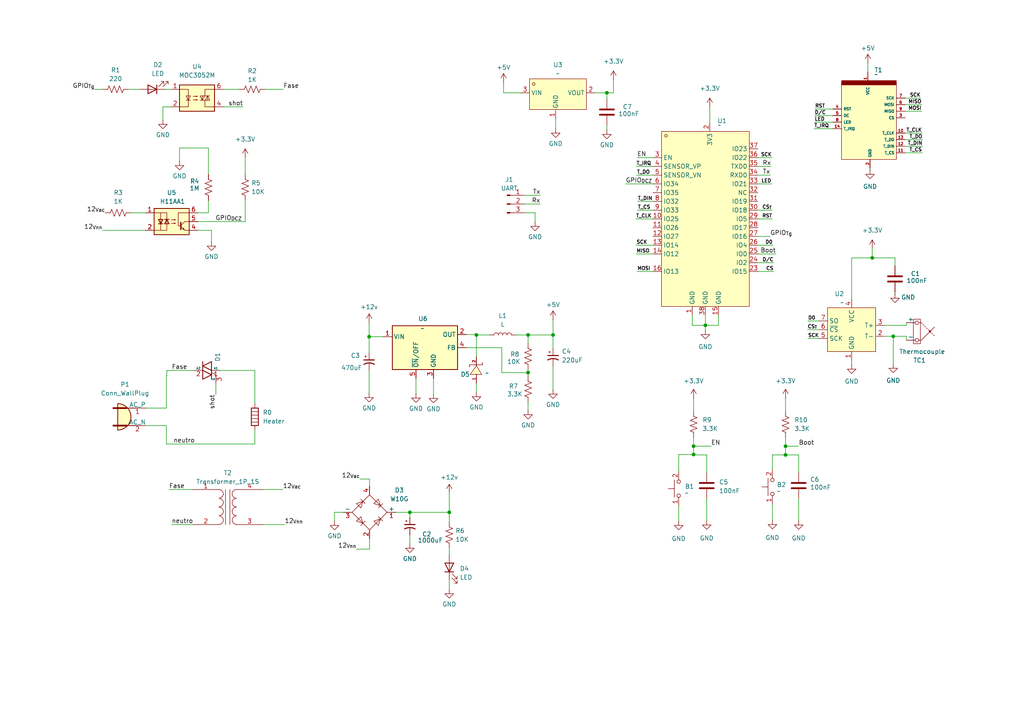
<source format=kicad_sch>
(kicad_sch (version 20231120) (generator "eeschema") (generator_version "8.0")
  (paper "A4")
  (title_block (title "Solder Oven") (date "2024-08-25") (rev "Juan David Barrero"))
  (lib_symbols
    (symbol "Connector:Conn_01x03_Pin" (pin_names (offset 1.016) hide)
      (property "Reference" "J" (at 0 5.08 0))
      (property "Value" "Conn_01x03_Pin" (at 0 -5.08 0))
      (symbol "Conn_01x03_Pin_1_1"
        (pin passive line (at 5.08 2.54 180) (length 3.81) (name "Pin_1") (number "1"))
        (pin passive line (at 5.08 0 180) (length 3.81) (name "Pin_2") (number "2"))
        (pin passive line (at 5.08 -2.54 180) (length 3.81) (name "Pin_3") (number "3"))
      )
    )
    (symbol "Connector:Conn_WallPlug" (pin_names (offset 0))
      (property "Reference" "P" (at -1.27 4.445 0))
      (property "Value" "Conn_WallPlug" (at -5.715 0 90))
      (symbol "Conn_WallPlug_1_1"
        (pin power_out line (at 5.08 2.54 180) (length 5.08) (name "AC_P") (number "1"))
        (pin power_out line (at 5.08 -2.54 180) (length 5.08) (name "AC_N") (number "2"))
      )
    )
    (symbol "Device:C" (pin_numbers hide) (pin_names (offset 0.254))
      (property "Reference" "C" (at 0.635 2.54 0))
      (property "Value" "C" (at 0.635 -2.54 0))
      (symbol "C_1_1"
        (pin passive line (at 0 3.81 270) (length 2.794) (name "~") (number "1"))
        (pin passive line (at 0 -3.81 90) (length 2.794) (name "~") (number "2"))
      )
    )
    (symbol "Device:C_Polarized_Small_US" (pin_numbers hide) (pin_names (offset 0.254) hide)
      (property "Reference" "C" (at 0.254 1.778 0))
      (property "Value" "C_Polarized_Small_US" (at 0.254 -2.032 0))
      (symbol "C_Polarized_Small_US_1_1"
        (pin passive line (at 0 2.54 270) (length 2.032) (name "~") (number "1"))
        (pin passive line (at 0 -2.54 90) (length 2.032) (name "~") (number "2"))
      )
    )
    (symbol "Device:Heater" (pin_numbers hide) (pin_names (offset 0))
      (property "Reference" "R" (at 2.032 0 90))
      (property "Value" "Heater" (at -2.032 0 90))
      (symbol "Heater_1_1"
        (pin passive line (at 0 3.81 270) (length 1.27) (name "~") (number "1"))
        (pin passive line (at 0 -3.81 90) (length 1.27) (name "~") (number "2"))
      )
    )
    (symbol "Device:L" (pin_numbers hide) (pin_names (offset 1.016) hide)
      (property "Reference" "L" (at -1.27 0 90))
      (property "Value" "L" (at 1.905 0 90))
      (symbol "L_1_1"
        (pin passive line (at 0 3.81 270) (length 1.27) (name "1") (number "1"))
        (pin passive line (at 0 -3.81 90) (length 1.27) (name "2") (number "2"))
      )
    )
    (symbol "Device:LED" (pin_numbers hide) (pin_names (offset 1.016) hide)
      (property "Reference" "D" (at 0 2.54 0))
      (property "Value" "LED" (at 0 -2.54 0))
      (symbol "LED_1_1"
        (pin passive line (at -3.81 0 0) (length 2.54) (name "K") (number "1"))
        (pin passive line (at 3.81 0 180) (length 2.54) (name "A") (number "2"))
      )
    )
    (symbol "Device:R_US" (pin_numbers hide) (pin_names (offset 0))
      (property "Reference" "R" (at 2.54 0 90))
      (property "Value" "R_US" (at -2.54 0 90))
      (symbol "R_US_1_1"
        (pin passive line (at 0 3.81 270) (length 1.27) (name "~") (number "1"))
        (pin passive line (at 0 -3.81 90) (length 1.27) (name "~") (number "2"))
      )
    )
    (symbol "Device:Thermocouple_Block" (pin_numbers hide) (pin_names (offset 0))
      (property "Reference" "TC" (at -3.048 3.81 0))
      (property "Value" "Thermocouple_Block" (at -5.08 -4.064 0))
      (symbol "Thermocouple_Block_1_1"
        (pin passive line (at 5.08 2.54 180) (length 2.54) (name "+") (number "1"))
        (pin passive line (at 5.08 -2.54 180) (length 2.54) (name "-") (number "2"))
      )
    )
    (symbol "Device:Transformer_1P_1S" (pin_names (offset 1.016) hide)
      (property "Reference" "T" (at 0 6.35 0))
      (property "Value" "Transformer_1P_1S" (at 0 -7.62 0))
      (symbol "Transformer_1P_1S_1_1"
        (pin passive line (at -10.16 5.08 0) (length 7.62) (name "AA") (number "1"))
        (pin passive line (at -10.16 -5.08 0) (length 7.62) (name "AB") (number "2"))
        (pin passive line (at 10.16 -5.08 180) (length 7.62) (name "SA") (number "3"))
        (pin passive line (at 10.16 5.08 180) (length 7.62) (name "SB") (number "4"))
      )
    )
    (symbol "Diode_Bridge:W10G" (pin_names (offset 0))
      (property "Reference" "D" (at 2.54 6.985 0))
      (property "Value" "W10G" (at 2.54 5.08 0))
      (symbol "W10G_1_1"
        (pin passive line (at 7.62 0 180) (length 2.54) (name "+") (number "1"))
        (pin passive line (at 0 -7.62 90) (length 2.54) (name "~") (number "2"))
        (pin passive line (at -7.62 0 0) (length 2.54) (name "-") (number "3"))
        (pin passive line (at 0 7.62 270) (length 2.54) (name "~") (number "4"))
      )
    )
    (symbol "Isolator:H11AA1"
      (property "Reference" "U" (at -5.334 4.953 0))
      (property "Value" "H11AA1" (at 0.635 4.953 0))
      (symbol "H11AA1_1_1"
        (pin passive line (at -7.62 2.54 0) (length 2.54) (name "~") (number "1"))
        (pin passive line (at -7.62 -2.54 0) (length 2.54) (name "~") (number "2"))
        (pin no_connect line (at -5.08 0 0) (length 2.54) hide (name "NC") (number "3"))
        (pin passive line (at 7.62 -2.54 180) (length 2.54) (name "~") (number "4"))
        (pin passive line (at 7.62 0 180) (length 2.54) (name "~") (number "5"))
        (pin passive line (at 7.62 2.54 180) (length 2.54) (name "~") (number "6"))
      )
    )
    (symbol "JuanDavid_Library:AMS1117-3.3"
      (property "Reference" "U" (at 0 10.414 0))
      (symbol "AMS1117-3.3_0_1"
        (pin unspecified line (at 0 -6.35 90) (length 2.54) (name "GND") (number "1"))
        (pin unspecified line (at 11.43 1.27 180) (length 2.54) (name "VOUT") (number "2"))
        (pin unspecified line (at -10.16 1.27 0) (length 2.54) (name "VIN") (number "3"))
      )
      (symbol "AMS1117-3.3_1_1"
        (pin unspecified line (at 11.43 1.27 180) (length 2.54) hide (name "VOUT") (number "4"))
      )
    )
    (symbol "JuanDavid_Library:ESP32-WROOM-32E-N8"
      (property "Reference" "U" (at -6.35 41.91 0))
      (symbol "ESP32-WROOM-32E-N8_0_1"
        (pin unspecified line (at -5.08 -13.97 90) (length 2.54) (name "GND") (number "1"))
        (pin unspecified line (at -16.51 13.97 0) (length 2.54) (name "IO25") (number "10"))
        (pin unspecified line (at -16.51 11.43 0) (length 2.54) (name "IO26") (number "11"))
        (pin unspecified line (at -16.51 8.89 0) (length 2.54) (name "IO27") (number "12"))
        (pin unspecified line (at -16.51 6.35 0) (length 2.54) (name "IO14") (number "13"))
        (pin unspecified line (at -16.51 3.81 0) (length 2.54) (name "IO12") (number "14"))
        (pin unspecified line (at 2.54 -13.97 90) (length 2.54) (name "GND") (number "15"))
        (pin unspecified line (at -16.51 -1.27 0) (length 2.54) (name "IO13") (number "16"))
        (pin unspecified line (at 0 41.91 270) (length 2.54) (name "3V3") (number "2"))
        (pin unspecified line (at 13.97 -1.27 180) (length 2.54) (name "IO15") (number "23"))
        (pin unspecified line (at 13.97 1.27 180) (length 2.54) (name "IO2") (number "24"))
        (pin unspecified line (at 13.97 3.81 180) (length 2.54) (name "IO0") (number "25"))
        (pin unspecified line (at 13.97 6.35 180) (length 2.54) (name "IO4") (number "26"))
        (pin unspecified line (at 13.97 8.89 180) (length 2.54) (name "IO16") (number "27"))
        (pin unspecified line (at 13.97 11.43 180) (length 2.54) (name "IO17") (number "28"))
        (pin unspecified line (at 13.97 13.97 180) (length 2.54) (name "IO5") (number "29"))
        (pin unspecified line (at -16.51 31.75 0) (length 2.54) (name "EN") (number "3"))
        (pin unspecified line (at 13.97 16.51 180) (length 2.54) (name "IO18") (number "30"))
        (pin unspecified line (at 13.97 19.05 180) (length 2.54) (name "IO19") (number "31"))
        (pin unspecified line (at 13.97 21.59 180) (length 2.54) (name "NC") (number "32"))
        (pin unspecified line (at 13.97 24.13 180) (length 2.54) (name "IO21") (number "33"))
        (pin unspecified line (at 13.97 26.67 180) (length 2.54) (name "RXD0") (number "34"))
        (pin unspecified line (at 13.97 29.21 180) (length 2.54) (name "TXD0") (number "35"))
        (pin unspecified line (at 13.97 31.75 180) (length 2.54) (name "IO22") (number "36"))
        (pin unspecified line (at 13.97 34.29 180) (length 2.54) (name "IO23") (number "37"))
        (pin unspecified line (at -1.27 -13.97 90) (length 2.54) (name "GND") (number "38"))
        (pin unspecified line (at -16.51 29.21 0) (length 2.54) (name "SENSOR_VP") (number "4"))
        (pin unspecified line (at -16.51 26.67 0) (length 2.54) (name "SENSOR_VN") (number "5"))
        (pin unspecified line (at -16.51 24.13 0) (length 2.54) (name "IO34") (number "6"))
        (pin unspecified line (at -16.51 21.59 0) (length 2.54) (name "IO35") (number "7"))
        (pin unspecified line (at -16.51 19.05 0) (length 2.54) (name "IO32") (number "8"))
        (pin unspecified line (at -16.51 16.51 0) (length 2.54) (name "IO33") (number "9"))
      )
      (symbol "ESP32-WROOM-32E-N8_1_1"
        (pin no_connect line (at -16.51 -3.81 0) (length 2.54) hide (name "NC") (number "17"))
        (pin no_connect line (at -16.51 -6.35 0) (length 2.54) hide (name "NC") (number "18"))
        (pin no_connect line (at -16.51 -8.89 0) (length 2.54) hide (name "NC") (number "19"))
        (pin no_connect line (at 13.97 -8.89 180) (length 2.54) hide (name "NC") (number "20"))
        (pin no_connect line (at 13.97 -6.35 180) (length 2.54) hide (name "NC") (number "21"))
        (pin no_connect line (at 13.97 -3.81 180) (length 2.54) hide (name "NC") (number "22"))
        (pin unspecified line (at -5.08 -13.97 90) (length 2.54) hide (name "GND") (number "39"))
      )
    )
    (symbol "JuanDavid_Library:LM2596-adj"
      (property "Reference" "U" (at 1.27 9.525 0))
      (symbol "LM2596-adj_1_1"
        (pin power_in line (at -11.43 3.175 0) (length 2.54) (name "VIN") (number "1"))
        (pin output line (at 12.7 3.81 180) (length 2.54) (name "OUT") (number "2"))
        (pin power_in line (at 3.175 -8.89 90) (length 2.54) (name "GND") (number "3"))
        (pin input line (at 12.7 0 180) (length 2.54) (name "FB") (number "4"))
        (pin input line (at -1.905 -8.89 90) (length 2.54) (name "~{ON}/OFF") (number "5"))
      )
    )
    (symbol "JuanDavid_Library:MAX6675"
      (property "Reference" "U" (at -6.35 7.62 0))
      (symbol "MAX6675_1_1"
        (pin unspecified line (at -0.635 -8.89 90) (length 2.54) (name "GND") (number "1"))
        (pin unspecified line (at -10.16 -1.905 0) (length 2.54) (name "T-") (number "2"))
        (pin unspecified line (at -10.16 1.27 0) (length 2.54) (name "T+") (number "3"))
        (pin unspecified line (at -0.635 8.89 270) (length 2.54) (name "VCC") (number "4"))
        (pin unspecified line (at 8.89 -2.54 180) (length 2.54) (name "SCK") (number "5"))
        (pin unspecified line (at 8.89 0 180) (length 2.54) (name "~{CS}") (number "6"))
        (pin unspecified line (at 8.89 2.54 180) (length 2.54) (name "SO") (number "7"))
        (pin no_connect line (at -3.81 -7.62 90) (length 1.27) hide (name "N.C.") (number "8"))
      )
    )
    (symbol "JuanDavid_Library:SS54"
      (property "Reference" "D" (at 0 2.54 0))
      (symbol "SS54_1_1"
        (pin input line (at 3.81 0 180) (length 2.54) (name "") (number "1"))
        (pin output line (at -3.81 0 0) (length 2.54) (name "") (number "2"))
      )
    )
    (symbol "JuanDavid_Library:SlimButton"
      (property "Reference" "B" (at 0 5.08 0))
      (symbol "SlimButton_1_1"
        (pin passive line (at -5.08 0 0) (length 2.54) (name "") (number "1"))
        (pin passive line (at 5.08 0 180) (length 2.54) (name "") (number "2"))
      )
    )
    (symbol "JuanDavid_Library:TFT_Screen"
      (property "Reference" "T" (at -5.08 14.605 0))
      (symbol "TFT_Screen_1_1"
        (pin power_in line (at 0 15.24 270) (length 3.81) (name "VCC") (number "1"))
        (pin bidirectional line (at 10.795 -2.54 180) (length 2.54) (name "T_CLK") (number "10"))
        (pin bidirectional line (at 10.795 -8.255 180) (length 2.54) (name "T_CS") (number "11"))
        (pin bidirectional line (at 10.795 -6.35 180) (length 2.54) (name "T_DIN") (number "12"))
        (pin bidirectional line (at 10.795 -4.445 180) (length 2.54) (name "T_DO") (number "13"))
        (pin bidirectional line (at -10.16 -1.27 0) (length 2.54) (name "T_IRQ") (number "14"))
        (pin bidirectional line (at 0.635 -12.7 90) (length 2.54) (name "GND") (number "2"))
        (pin bidirectional line (at 10.795 1.905 180) (length 2.54) (name "CS") (number "3"))
        (pin bidirectional line (at -10.16 4.445 0) (length 2.54) (name "RST") (number "4"))
        (pin bidirectional line (at -10.16 2.54 0) (length 2.54) (name "DC") (number "5"))
        (pin bidirectional line (at 10.795 5.715 180) (length 2.54) (name "MOSI") (number "6"))
        (pin bidirectional line (at 10.795 7.62 180) (length 2.54) (name "SCK") (number "7"))
        (pin power_in line (at -10.16 0.635 0) (length 2.54) (name "LED") (number "8"))
        (pin bidirectional line (at 10.795 3.81 180) (length 2.54) (name "MISO") (number "9"))
      )
    )
    (symbol "Relay_SolidState:MOC3052M"
      (property "Reference" "U" (at -5.334 4.826 0))
      (property "Value" "MOC3052M" (at 0 5.08 0))
      (symbol "MOC3052M_1_1"
        (pin passive line (at -7.62 2.54 0) (length 2.54) (name "~") (number "1"))
        (pin passive line (at -7.62 -2.54 0) (length 2.54) (name "~") (number "2"))
        (pin no_connect line (at -5.08 0 0) (length 2.54) hide (name "NC") (number "3"))
        (pin passive line (at 7.62 -2.54 180) (length 2.54) (name "~") (number "4"))
        (pin no_connect line (at 5.08 0 180) (length 2.54) hide (name "NC") (number "5"))
        (pin passive line (at 7.62 2.54 180) (length 2.54) (name "~") (number "6"))
      )
    )
    (symbol "Triac_Thyristor:Generic_Triac_A1A2G" (pin_names (offset 0))
      (property "Reference" "D" (at 3.175 0.635 0))
      (property "Value" "Generic_Triac_A1A2G" (at 3.175 -1.27 0))
      (symbol "Generic_Triac_A1A2G_1_1"
        (pin passive line (at 0 -3.81 90) (length 2.54) (name "A1") (number "1"))
        (pin passive line (at 0 3.81 270) (length 2.54) (name "A2") (number "2"))
        (pin input line (at -3.81 -2.54 0) (length 2.54) (name "G") (number "3"))
      )
    )
    (symbol "power:+12C" (power) (pin_numbers hide) (pin_names (offset 0) hide)
      (property "Value" "+12C" (at 0 3.556 0))
      (symbol "+12C_1_1"
        (pin power_in line (at 0 0 90) (length 0) (name "~") (number "1"))
      )
    )
    (symbol "power:+5V" (power) (pin_numbers hide) (pin_names (offset 0) hide)
      (property "Value" "+5V" (at 0 3.556 0))
      (symbol "+5V_1_1"
        (pin power_in line (at 0 0 90) (length 0) (name "~") (number "1"))
      )
    )
    (symbol "power:GND" (power) (pin_numbers hide) (pin_names (offset 0) hide)
      (property "Value" "GND" (at 0 -3.81 0))
      (symbol "GND_1_1"
        (pin power_in line (at 0 0 270) (length 0) (name "~") (number "1"))
      )
    )
  )
  (junction (at 130.302 148.59))
  (junction (at 138.176 97.155))
  (junction (at 227.838 131.953))
  (junction (at 153.162 97.155))
  (junction (at 118.872 148.59))
  (junction (at 204.597 94.361))
  (junction (at 201.168 129.413))
  (junction (at 176.022 26.924))
  (junction (at 259.08 97.536))
  (junction (at 160.401 97.155))
  (junction (at 252.984 74.803))
  (junction (at 153.162 108.077))
  (junction (at 201.168 131.826))
  (junction (at 227.838 129.413))
  (junction (at 107.061 97.663))
  (wire (pts (xy 38.1 61.722) (xy 42.164 61.722)))
  (wire (pts (xy 184.658 50.8) (xy 189.357 50.8)))
  (wire (pts (xy 172.593 26.924) (xy 176.022 26.924)))
  (wire (pts (xy 184.531 71.12) (xy 189.357 71.12)))
  (wire (pts (xy 262.89 98.679) (xy 262.89 97.536)))
  (wire (pts (xy 204.597 91.44) (xy 204.597 94.361)))
  (wire (pts (xy 256.54 97.536) (xy 259.08 97.536)))
  (wire (pts (xy 236.093 37.338) (xy 241.554 37.338)))
  (wire (pts (xy 224.409 78.74) (xy 219.837 78.74)))
  (wire (pts (xy 153.162 108.077) (xy 153.162 109.093)))
  (wire (pts (xy 236.22 33.528) (xy 241.554 33.528)))
  (wire (pts (xy 130.302 159.004) (xy 130.302 160.782)))
  (wire (pts (xy 223.901 60.96) (xy 219.837 60.96)))
  (wire (pts (xy 223.901 45.72) (xy 219.837 45.72)))
  (wire (pts (xy 107.061 97.663) (xy 107.061 102.362)))
  (wire (pts (xy 48.387 107.442) (xy 48.387 108.966)))
  (wire (pts (xy 205.867 30.988) (xy 205.867 35.56)))
  (wire (pts (xy 201.168 129.413) (xy 206.248 129.413)))
  (wire (pts (xy 52.07 42.926) (xy 52.07 46.736)))
  (wire (pts (xy 118.872 148.59) (xy 118.872 150.114)))
  (wire (pts (xy 99.568 148.59) (xy 97.028 148.59)))
  (wire (pts (xy 184.785 45.72) (xy 189.357 45.72)))
  (wire (pts (xy 219.837 63.5) (xy 224.028 63.5)))
  (wire (pts (xy 27.432 25.908) (xy 29.718 25.908)))
  (wire (pts (xy 60.452 42.926) (xy 52.07 42.926)))
  (wire (pts (xy 234.315 93.091) (xy 237.49 93.091)))
  (wire (pts (xy 177.927 23.114) (xy 177.927 26.924)))
  (wire (pts (xy 208.407 91.44) (xy 208.407 94.361)))
  (wire (pts (xy 82.55 152.146) (xy 76.2 152.146)))
  (wire (pts (xy 251.714 18.288) (xy 251.714 20.828)))
  (wire (pts (xy 160.401 97.155) (xy 160.401 101.092)))
  (wire (pts (xy 155.194 61.722) (xy 155.194 64.389)))
  (wire (pts (xy 236.347 31.623) (xy 241.554 31.623)))
  (wire (pts (xy 184.785 78.74) (xy 189.357 78.74)))
  (wire (pts (xy 267.462 38.608) (xy 262.509 38.608)))
  (wire (pts (xy 149.606 97.155) (xy 153.162 97.155)))
  (wire (pts (xy 267.462 44.323) (xy 262.509 44.323)))
  (wire (pts (xy 49.022 141.986) (xy 55.88 141.986)))
  (wire (pts (xy 29.718 66.802) (xy 42.164 66.802)))
  (wire (pts (xy 267.335 32.258) (xy 262.509 32.258)))
  (wire (pts (xy 76.962 25.908) (xy 82.169 25.908)))
  (wire (pts (xy 130.302 151.384) (xy 130.302 148.59)))
  (wire (pts (xy 200.787 91.44) (xy 200.787 94.361)))
  (wire (pts (xy 57.404 66.802) (xy 61.341 66.802)))
  (wire (pts (xy 223.393 50.8) (xy 219.837 50.8)))
  (wire (pts (xy 57.404 61.722) (xy 60.452 61.722)))
  (wire (pts (xy 231.648 131.953) (xy 227.838 131.953)))
  (wire (pts (xy 259.08 97.536) (xy 259.08 105.537)))
  (wire (pts (xy 61.341 66.802) (xy 61.341 70.104)))
  (wire (pts (xy 247.015 86.741) (xy 247.015 74.803)))
  (wire (pts (xy 37.338 25.908) (xy 40.386 25.908)))
  (wire (pts (xy 49.784 152.146) (xy 55.88 152.146)))
  (wire (pts (xy 231.648 137.033) (xy 231.648 131.953)))
  (wire (pts (xy 223.774 53.34) (xy 219.837 53.34)))
  (wire (pts (xy 201.168 115.443) (xy 201.168 119.253)))
  (wire (pts (xy 71.12 58.166) (xy 71.12 64.262)))
  (wire (pts (xy 146.05 23.876) (xy 146.05 26.924)))
  (wire (pts (xy 227.838 129.413) (xy 227.838 131.953)))
  (wire (pts (xy 48.387 108.966) (xy 48.26 108.966)))
  (wire (pts (xy 224.155 71.12) (xy 219.837 71.12)))
  (wire (pts (xy 120.65 109.728) (xy 120.65 114.173)))
  (wire (pts (xy 153.162 97.155) (xy 153.162 99.568)))
  (wire (pts (xy 107.061 107.442) (xy 107.061 114.046)))
  (wire (pts (xy 252.984 72.136) (xy 252.984 74.803)))
  (wire (pts (xy 130.302 168.402) (xy 130.302 170.942)))
  (wire (pts (xy 231.648 144.653) (xy 231.648 151.003)))
  (wire (pts (xy 130.302 143.002) (xy 130.302 148.59)))
  (wire (pts (xy 160.401 92.71) (xy 160.401 97.155)))
  (wire (pts (xy 114.808 148.59) (xy 118.872 148.59)))
  (wire (pts (xy 181.483 53.34) (xy 189.357 53.34)))
  (wire (pts (xy 201.168 131.826) (xy 201.168 131.953)))
  (wire (pts (xy 252.984 74.803) (xy 259.588 74.803)))
  (wire (pts (xy 204.597 94.361) (xy 204.597 95.758)))
  (wire (pts (xy 262.509 40.513) (xy 267.589 40.513)))
  (wire (pts (xy 151.003 26.924) (xy 146.05 26.924)))
  (wire (pts (xy 196.85 131.826) (xy 201.168 131.826)))
  (wire (pts (xy 56.261 107.442) (xy 48.387 107.442)))
  (wire (pts (xy 153.162 107.188) (xy 153.162 108.077)))
  (wire (pts (xy 224.028 146.304) (xy 224.028 150.876)))
  (wire (pts (xy 176.022 26.924) (xy 177.927 26.924)))
  (wire (pts (xy 223.647 48.26) (xy 219.837 48.26)))
  (wire (pts (xy 176.022 36.322) (xy 176.022 37.719)))
  (wire (pts (xy 224.028 136.144) (xy 224.028 131.953)))
  (wire (pts (xy 204.978 137.033) (xy 204.978 131.953)))
  (wire (pts (xy 259.588 74.803) (xy 259.588 77.089)))
  (wire (pts (xy 224.409 76.2) (xy 219.837 76.2)))
  (wire (pts (xy 48.26 118.364) (xy 48.26 108.966)))
  (wire (pts (xy 138.176 111.125) (xy 138.176 113.792)))
  (wire (pts (xy 252.349 49.276) (xy 252.349 48.768)))
  (wire (pts (xy 62.611 111.252) (xy 62.611 114.427)))
  (wire (pts (xy 200.787 94.361) (xy 204.597 94.361)))
  (wire (pts (xy 161.163 34.544) (xy 161.163 37.338)))
  (wire (pts (xy 60.452 61.722) (xy 60.452 58.166)))
  (wire (pts (xy 227.838 129.413) (xy 231.648 129.413)))
  (wire (pts (xy 48.26 128.778) (xy 73.914 128.778)))
  (wire (pts (xy 130.302 148.59) (xy 118.872 148.59)))
  (wire (pts (xy 107.061 93.599) (xy 107.061 97.663)))
  (wire (pts (xy 247.015 105.791) (xy 247.015 104.521)))
  (wire (pts (xy 184.912 58.42) (xy 189.357 58.42)))
  (wire (pts (xy 48.26 123.444) (xy 48.26 128.778)))
  (wire (pts (xy 47.244 30.988) (xy 49.53 30.988)))
  (wire (pts (xy 196.85 136.652) (xy 196.85 131.826)))
  (wire (pts (xy 184.404 63.5) (xy 189.357 63.5)))
  (wire (pts (xy 103.378 159.258) (xy 107.188 159.258)))
  (wire (pts (xy 225.044 73.66) (xy 219.837 73.66)))
  (wire (pts (xy 267.081 28.448) (xy 262.509 28.448)))
  (wire (pts (xy 262.89 94.361) (xy 262.89 93.599)))
  (wire (pts (xy 135.255 100.838) (xy 145.542 100.838)))
  (wire (pts (xy 104.394 138.938) (xy 107.188 138.938)))
  (wire (pts (xy 184.531 48.26) (xy 189.357 48.26)))
  (wire (pts (xy 234.188 95.631) (xy 237.49 95.631)))
  (wire (pts (xy 156.718 59.182) (xy 152.146 59.182)))
  (wire (pts (xy 70.485 30.988) (xy 64.77 30.988)))
  (wire (pts (xy 71.12 45.72) (xy 71.12 50.546)))
  (wire (pts (xy 153.162 116.713) (xy 153.162 118.999)))
  (wire (pts (xy 234.315 98.171) (xy 237.49 98.171)))
  (wire (pts (xy 63.881 107.442) (xy 73.914 107.442)))
  (wire (pts (xy 196.85 146.812) (xy 196.85 151.13)))
  (wire (pts (xy 47.244 34.798) (xy 47.244 30.988)))
  (wire (pts (xy 107.188 159.258) (xy 107.188 156.21)))
  (wire (pts (xy 73.914 128.778) (xy 73.914 124.714)))
  (wire (pts (xy 138.176 97.155) (xy 141.986 97.155)))
  (wire (pts (xy 227.838 115.443) (xy 227.838 119.253)))
  (wire (pts (xy 236.22 35.433) (xy 241.554 35.433)))
  (wire (pts (xy 184.912 60.96) (xy 189.357 60.96)))
  (wire (pts (xy 224.028 131.953) (xy 227.838 131.953)))
  (wire (pts (xy 118.872 155.194) (xy 118.872 157.734)))
  (wire (pts (xy 97.028 148.59) (xy 97.028 151.13)))
  (wire (pts (xy 48.006 25.908) (xy 49.53 25.908)))
  (wire (pts (xy 145.542 100.838) (xy 145.542 108.077)))
  (wire (pts (xy 262.509 42.418) (xy 267.589 42.418)))
  (wire (pts (xy 219.837 68.58) (xy 223.393 68.58)))
  (wire (pts (xy 208.407 94.361) (xy 204.597 94.361)))
  (wire (pts (xy 152.146 61.722) (xy 155.194 61.722)))
  (wire (pts (xy 267.335 30.353) (xy 262.509 30.353)))
  (wire (pts (xy 160.401 106.172) (xy 160.401 113.03)))
  (wire (pts (xy 259.08 97.536) (xy 262.89 97.536)))
  (wire (pts (xy 227.838 126.873) (xy 227.838 129.413)))
  (wire (pts (xy 60.452 50.546) (xy 60.452 42.926)))
  (wire (pts (xy 135.255 97.028) (xy 138.176 97.028)))
  (wire (pts (xy 247.015 74.803) (xy 252.984 74.803)))
  (wire (pts (xy 204.978 131.953) (xy 201.168 131.953)))
  (wire (pts (xy 42.418 118.364) (xy 48.26 118.364)))
  (wire (pts (xy 138.176 97.155) (xy 138.176 103.505)))
  (wire (pts (xy 176.022 28.702) (xy 176.022 26.924)))
  (wire (pts (xy 73.914 107.442) (xy 73.914 117.094)))
  (wire (pts (xy 42.418 123.444) (xy 48.26 123.444)))
  (wire (pts (xy 153.162 97.155) (xy 160.401 97.155)))
  (wire (pts (xy 184.531 73.66) (xy 189.357 73.66)))
  (wire (pts (xy 125.73 109.728) (xy 125.73 114.3)))
  (wire (pts (xy 201.168 126.873) (xy 201.168 129.413)))
  (wire (pts (xy 64.77 25.908) (xy 69.342 25.908)))
  (wire (pts (xy 107.188 138.938) (xy 107.188 140.97)))
  (wire (pts (xy 138.176 97.028) (xy 138.176 97.155)))
  (wire (pts (xy 82.042 141.986) (xy 76.2 141.986)))
  (wire (pts (xy 111.125 97.663) (xy 107.061 97.663)))
  (wire (pts (xy 57.404 64.262) (xy 71.12 64.262)))
  (wire (pts (xy 156.718 56.642) (xy 152.146 56.642)))
  (wire (pts (xy 259.588 84.709) (xy 259.588 85.217)))
  (wire (pts (xy 201.168 129.413) (xy 201.168 131.826)))
  (wire (pts (xy 145.542 108.077) (xy 153.162 108.077)))
  (wire (pts (xy 204.978 144.653) (xy 204.978 151.003)))
  (wire (pts (xy 256.54 94.361) (xy 262.89 94.361)))
  (label "12_{Vac}" (at 82.042 141.986 0))
  (label "neutro" (at 49.784 152.146 0))
  (label "GPIO_{DCZ}" (at 62.484 64.262 0))
  (label "T_CLK" (at 184.404 63.5 0) (effects (font (size 1.016 1.016) (bold yes))))
  (label "SCK" (at 267.081 28.448 180) (effects (font (size 1.016 1.016) (bold yes))))
  (label "SCK" (at 184.531 71.12 0) (effects (font (size 1.016 1.016) (bold yes))))
  (label "EN" (at 206.248 129.413 0))
  (label "D{slash}C" (at 236.22 33.528 0) (effects (font (size 1.016 1.016) (bold yes))))
  (label "RST" (at 236.347 31.623 0) (effects (font (size 1.016 1.016) (bold yes))))
  (label "LED" (at 223.774 53.34 180) (effects (font (size 1.016 1.016) (bold yes))))
  (label "CS_{T}" (at 234.188 95.631 0) (effects (font (size 1.016 1.016) (bold yes))))
  (label "shot" (at 70.485 30.988 180))
  (label "D0" (at 234.315 93.091 0) (effects (font (size 1.016 1.016) (bold yes))))
  (label "12_{Vnn}" (at 29.718 66.802 180))
  (label "Fase" (at 82.169 25.908 0))
  (label "T_DO" (at 267.589 40.513 180) (effects (font (size 1.016 1.016) (thickness 0.2032) (bold yes))))
  (label "D0" (at 224.155 71.12 180) (effects (font (size 1.016 1.016) (bold yes))))
  (label "MOSI" (at 184.785 78.74 0) (effects (font (size 1.016 1.016) (bold yes))))
  (label "Tx" (at 156.718 56.642 180))
  (label "12_{Vac}" (at 104.394 138.938 180))
  (label "Boot" (at 231.648 129.413 0))
  (label "MISO" (at 267.335 30.353 180) (effects (font (size 1.016 1.016) (bold yes))))
  (label "Tx" (at 223.393 50.8 180))
  (label "12_{Vnn}" (at 82.55 152.146 0))
  (label "T_IRQ" (at 184.531 48.26 0) (effects (font (size 1.016 1.016) (thickness 0.2032) (bold yes))))
  (label "GPIO_{Tg}" (at 223.393 68.58 0))
  (label "T_IRQ" (at 236.093 37.338 0) (effects (font (size 1.016 1.016) (thickness 0.2032) (bold yes))))
  (label "T_DO" (at 184.658 50.8 0) (effects (font (size 1.016 1.016) (thickness 0.2032) (bold yes))))
  (label "T_CS" (at 184.912 60.96 0) (effects (font (size 1.016 1.016) (bold yes))))
  (label "Rx" (at 156.718 59.182 180))
  (label "D{slash}C" (at 224.409 76.2 180) (effects (font (size 1.016 1.016) (bold yes))))
  (label "EN" (at 184.785 45.72 0))
  (label "MISO" (at 184.531 73.66 0) (effects (font (size 1.016 1.016) (bold yes))))
  (label "12_{Vnn}" (at 103.378 159.258 180))
  (label "12_{Vac}" (at 30.48 61.722 180))
  (label "CS" (at 224.409 78.74 180) (effects (font (size 1.016 1.016) (bold yes))))
  (label "GPIO_{DCZ}" (at 181.483 53.34 0))
  (label "T_CLK" (at 267.462 38.608 180) (effects (font (size 1.016 1.016) (bold yes))))
  (label "RST" (at 224.028 63.5 180) (effects (font (size 1.016 1.016) (bold yes))))
  (label "SCK" (at 223.901 45.72 180) (effects (font (size 1.016 1.016) (bold yes))))
  (label "Boot" (at 225.044 73.66 180))
  (label "T_DIN" (at 267.589 42.418 180) (effects (font (size 1.016 1.016) (thickness 0.2032) (bold yes))))
  (label "shot" (at 62.611 114.427 270))
  (label "neutro" (at 50.292 128.778 0))
  (label "CS_{T}" (at 223.901 60.96 180) (effects (font (size 1.016 1.016) (bold yes))))
  (label "Fase" (at 49.022 141.986 0))
  (label "MOSI" (at 267.335 32.258 180) (effects (font (size 1.016 1.016) (bold yes))))
  (label "T_DIN" (at 184.912 58.42 0) (effects (font (size 1.016 1.016) (thickness 0.2032) (bold yes))))
  (label "T_CS" (at 267.462 44.323 180) (effects (font (size 1.016 1.016) (bold yes))))
  (label "LED" (at 236.22 35.433 0) (effects (font (size 1.016 1.016) (bold yes))))
  (label "Fase" (at 49.784 107.442 0))
  (label "GPIO_{Tg}" (at 27.432 25.908 180))
  (label "SCK" (at 234.315 98.171 0) (effects (font (size 1.016 1.016) (bold yes))))
  (label "Rx" (at 223.647 48.26 180))
  (symbol (lib_id "Device:Heater") (at 73.914 120.904 0) (unit 1)
    (property "Reference" "R0" (at 76.2 119.6339 0) (effects (justify left)))
    (property "Value" "Heater" (at 76.2 122.1739 0) (effects (justify left)))
    (property "Footprint" "TerminalBlock_Phoenix:TerminalBlock_Phoenix_MKDS-1,5-2-5.08_1x02_P5.08mm_Horizontal" (effects (hide yes)))
    (property "Description" "Resistive heater" (effects (hide yes)))
  )
  (symbol (lib_id "Device:C_Polarized_Small_US") (at 160.401 103.632 0) (unit 1)
    (property "Reference" "C4" (at 162.941 101.9301 0) (effects (justify left)))
    (property "Value" "220uF" (at 162.941 104.4701 0) (effects (justify left)))
    (property "Description" "Polarized capacitor, small US symbol" (effects (hide yes)))
  )
  (symbol (lib_id "power:+5V") (at 71.12 45.72 0) (unit 1)
    (property "Reference" "#PWR027" (effects (hide yes)))
    (property "Value" "+3.3V" (at 71.12 40.386 0))
    (property "Description" "Power symbol creates a global label with name \"+5V\"" (effects (hide yes)))
  )
  (symbol (lib_id "Device:R_US") (at 33.528 25.908 270) (unit 1)
    (property "Reference" "R1" (at 33.528 20.32 90))
    (property "Value" "220" (at 33.528 22.86 90))
    (property "Description" "Resistor, US symbol" (effects (hide yes)))
  )
  (symbol (lib_id "power:GND") (at 247.015 105.791 0) (unit 1)
    (property "Reference" "#PWR03" (effects (hide yes)))
    (property "Value" "GND" (at 247.015 110.617 0))
    (property "Description" "Power symbol creates a global label with name \"GND\" , ground" (effects (hide yes)))
  )
  (symbol (lib_id "power:+5V") (at 251.714 18.288 0) (unit 1)
    (property "Reference" "#PWR024" (effects (hide yes)))
    (property "Value" "+5V" (at 251.714 13.97 0))
    (property "Description" "Power symbol creates a global label with name \"+5V\"" (effects (hide yes)))
  )
  (symbol (lib_id "power:GND") (at 97.028 151.13 0) (unit 1)
    (property "Reference" "#PWR09" (effects (hide yes)))
    (property "Value" "GND" (at 97.028 155.448 0))
    (property "Description" "Power symbol creates a global label with name \"GND\" , ground" (effects (hide yes)))
  )
  (symbol (lib_id "power:GND") (at 120.65 114.173 0) (unit 1)
    (property "Reference" "#PWR013" (effects (hide yes)))
    (property "Value" "GND" (at 120.65 118.491 0))
    (property "Description" "Power symbol creates a global label with name \"GND\" , ground" (effects (hide yes)))
  )
  (symbol (lib_id "Device:R_US") (at 73.152 25.908 270) (unit 1)
    (property "Reference" "R2" (at 73.152 20.574 90))
    (property "Value" "1K" (at 73.152 23.114 90))
    (property "Description" "Resistor, US symbol" (effects (hide yes)))
  )
  (symbol (lib_id "Device:R_US") (at 130.302 155.194 180) (unit 1)
    (property "Reference" "R6" (at 132.08 153.9239 0) (effects (justify right)))
    (property "Value" "10K" (at 132.08 156.4639 0) (effects (justify right)))
    (property "Description" "Resistor, US symbol" (effects (hide yes)))
  )
  (symbol (lib_id "power:GND") (at 118.872 157.734 0) (unit 1)
    (property "Reference" "#PWR010" (effects (hide yes)))
    (property "Value" "GND" (at 118.872 162.052 0))
    (property "Description" "Power symbol creates a global label with name \"GND\" , ground" (effects (hide yes)))
  )
  (symbol (lib_id "JuanDavid_Library:MAX6675") (at 246.38 95.631 0) (mirror y) (unit 1)
    (property "Reference" "U2" (at 244.8209 85.217 0) (effects (justify left)))
    (property "Value" "~" (at 244.8209 87.757 0) (effects (justify left)))
    (property "Footprint" "JuanDavid_Library:SOIC-8_L4.9-W3.9-P1.27-LS6.0-BL" (effects (hide yes)))
    (property "Description" "3V~5.5V 12 SPI SOIC-8 ADCs/DACs - Special Purpose ROHS" (effects (hide yes)))
    (property "LCSC Part" "C16030" (effects (hide yes)))
    (property "Name" "MAX6675ISA+T" (effects (hide yes)))
  )
  (symbol (lib_id "Isolator:H11AA1") (at 49.784 64.262 0) (unit 1)
    (property "Reference" "U5" (at 49.784 55.88 0))
    (property "Value" "H11AA1" (at 50.038 58.42 0))
    (property "Footprint" "Package_DIP:DIP-6_W7.62mm" (effects (hide yes)))
    (property "Datasheet" "https://www.vishay.com/docs/83608/h11aa1.pdf" (effects (hide yes)))
    (property "Description" "AC/DC NPN Optocoupler, DIP-6" (effects (hide yes)))
  )
  (symbol (lib_id "Device:LED") (at 130.302 164.592 90) (unit 1)
    (property "Reference" "D4" (at 133.35 164.9094 90) (effects (justify right)))
    (property "Value" "LED" (at 133.35 167.4494 90) (effects (justify right)))
    (property "Description" "Light emitting diode" (effects (hide yes)))
  )
  (symbol (lib_id "JuanDavid_Library:SlimButton") (at 196.85 141.732 90) (unit 1)
    (property "Reference" "B1" (at 198.628 141.0969 90) (effects (justify right)))
    (property "Value" "~" (at 198.628 143.002 90) (effects (justify right)))
    (property "Footprint" "JuanDavid_Library:SW-SMD_L3.9-W2.9-LS4.8" (effects (hide yes)))
    (property "Description" "No Without 50mA 3.9mm 100MΩ 100,000 Times 12V 400gf 2.9mm 2mm Round Button Brick nogging SPST SMD Tactile Switches ROHS" (effects (hide yes)))
    (property "LCSC Part" "C2837082" (effects (hide yes)))
    (property "Name" "GT-TC029D-H020-L1" (effects (hide yes)))
  )
  (symbol (lib_id "power:+5V") (at 201.168 115.443 0) (unit 1)
    (property "Reference" "#PWR029" (effects (hide yes)))
    (property "Value" "+3.3V" (at 201.168 110.49 0))
    (property "Description" "Power symbol creates a global label with name \"+5V\"" (effects (hide yes)))
  )
  (symbol (lib_id "power:+5V") (at 177.927 23.114 0) (unit 1)
    (property "Reference" "#PWR022" (effects (hide yes)))
    (property "Value" "+3.3V" (at 177.927 17.78 0))
    (property "Description" "Power symbol creates a global label with name \"+5V\"" (effects (hide yes)))
  )
  (symbol (lib_id "Device:C") (at 259.588 80.899 0) (unit 1)
    (property "Reference" "C1" (at 264.16 79.375 0) (effects (justify left)))
    (property "Value" "100nF" (at 262.89 81.407 0) (effects (justify left)))
    (property "Description" "Unpolarized capacitor" (effects (hide yes)))
  )
  (symbol (lib_id "JuanDavid_Library:SlimButton") (at 224.028 141.224 90) (unit 1)
    (property "Reference" "B2" (at 225.298 140.5889 90) (effects (justify right)))
    (property "Value" "~" (at 225.298 142.494 90) (effects (justify right)))
    (property "Footprint" "JuanDavid_Library:SW-SMD_L3.9-W2.9-LS4.8" (effects (hide yes)))
    (property "Description" "No Without 50mA 3.9mm 100MΩ 100,000 Times 12V 400gf 2.9mm 2mm Round Button Brick nogging SPST SMD Tactile Switches ROHS" (effects (hide yes)))
    (property "LCSC Part" "C2837082" (effects (hide yes)))
    (property "Name" "GT-TC029D-H020-L1" (effects (hide yes)))
  )
  (symbol (lib_id "Device:LED") (at 44.196 25.908 180) (unit 1)
    (property "Reference" "D2" (at 45.7835 18.796 0))
    (property "Value" "LED" (at 45.7835 21.336 0))
    (property "Description" "Light emitting diode" (effects (hide yes)))
  )
  (symbol (lib_id "power:GND") (at 259.08 105.537 0) (unit 1)
    (property "Reference" "#PWR05" (effects (hide yes)))
    (property "Value" "GND" (at 259.08 110.363 0))
    (property "Description" "Power symbol creates a global label with name \"GND\" , ground" (effects (hide yes)))
  )
  (symbol (lib_id "power:+5V") (at 252.984 72.136 0) (unit 1)
    (property "Reference" "#PWR025" (effects (hide yes)))
    (property "Value" "+3.3V" (at 252.984 66.802 0))
    (property "Description" "Power symbol creates a global label with name \"+5V\"" (effects (hide yes)))
  )
  (symbol (lib_id "power:GND") (at 130.302 170.942 0) (unit 1)
    (property "Reference" "#PWR011" (effects (hide yes)))
    (property "Value" "GND" (at 130.302 175.26 0))
    (property "Description" "Power symbol creates a global label with name \"GND\" , ground" (effects (hide yes)))
  )
  (symbol (lib_id "power:GND") (at 196.85 151.13 0) (unit 1)
    (property "Reference" "#PWR028" (effects (hide yes)))
    (property "Value" "GND" (at 196.85 156.21 0))
    (property "Description" "Power symbol creates a global label with name \"GND\" , ground" (effects (hide yes)))
  )
  (symbol (lib_id "Device:R_US") (at 227.838 123.063 0) (unit 1)
    (property "Reference" "R10" (at 230.378 121.7929 0) (effects (justify left)))
    (property "Value" "3.3K" (at 230.378 124.3329 0) (effects (justify left)))
    (property "Footprint" "Resistor_SMD:R_0603_1608Metric" (effects (hide yes)))
    (property "Description" "Resistor, US symbol" (effects (hide yes)))
  )
  (symbol (lib_id "Device:C") (at 231.648 140.843 0) (unit 1)
    (property "Reference" "C6" (at 234.95 139.065 0) (effects (justify left)))
    (property "Value" "100nF" (at 234.95 141.351 0) (effects (justify left)))
    (property "Footprint" "Capacitor_SMD:C_0603_1608Metric" (effects (hide yes)))
    (property "Description" "Unpolarized capacitor" (effects (hide yes)))
  )
  (symbol (lib_id "power:GND") (at 47.244 34.798 0) (unit 1)
    (property "Reference" "#PWR01" (effects (hide yes)))
    (property "Value" "GND" (at 47.244 39.116 0))
    (property "Description" "Power symbol creates a global label with name \"GND\" , ground" (effects (hide yes)))
  )
  (symbol (lib_id "Connector:Conn_01x03_Pin") (at 147.066 59.182 0) (unit 1)
    (property "Reference" "J1" (at 147.701 52.07 0))
    (property "Value" "UART" (at 147.701 54.61 0))
    (property "Description" "Generic connector, single row, 01x03, script generated" (effects (hide yes)))
  )
  (symbol (lib_id "power:GND") (at 153.162 118.999 0) (unit 1)
    (property "Reference" "#PWR020" (effects (hide yes)))
    (property "Value" "GND" (at 153.162 123.317 0))
    (property "Description" "Power symbol creates a global label with name \"GND\" , ground" (effects (hide yes)))
  )
  (symbol (lib_id "Diode_Bridge:W10G") (at 107.188 148.59 0) (unit 1)
    (property "Reference" "D3" (at 115.824 142.1698 0))
    (property "Value" "W10G" (at 115.824 144.7098 0))
    (property "Footprint" "Diode_THT:Diode_Bridge_Round_D9.8mm" (effects (hide yes)))
    (property "Datasheet" "https://www.vishay.com/docs/88769/woo5g.pdf" (effects (hide yes)))
    (property "Description" "Glass Passivated Single-Phase Bridge Rectifier, 700V Vrms, 1.5A If, WOG package" (effects (hide yes)))
  )
  (symbol (lib_id "power:+5V") (at 146.05 23.876 0) (unit 1)
    (property "Reference" "#PWR021" (effects (hide yes)))
    (property "Value" "+5V" (at 146.05 19.558 0))
    (property "Description" "Power symbol creates a global label with name \"+5V\"" (effects (hide yes)))
  )
  (symbol (lib_id "power:GND") (at 161.163 37.338 0) (unit 1)
    (property "Reference" "#PWR06" (effects (hide yes)))
    (property "Value" "GND" (at 161.163 41.656 0))
    (property "Description" "Power symbol creates a global label with name \"GND\" , ground" (effects (hide yes)))
  )
  (symbol (lib_id "Device:R_US") (at 71.12 54.356 0) (unit 1)
    (property "Reference" "R5" (at 72.898 53.0859 0) (effects (justify left)))
    (property "Value" "10K" (at 72.898 55.6259 0) (effects (justify left)))
    (property "Description" "Resistor, US symbol" (effects (hide yes)))
  )
  (symbol (lib_id "Device:Transformer_1P_1S") (at 66.04 147.066 0) (unit 1)
    (property "Reference" "T2" (at 66.0527 137.16 0))
    (property "Value" "Transformer_1P_1S" (at 66.0527 139.7 0))
    (property "Description" "Transformer, single primary, single secondary" (effects (hide yes)))
  )
  (symbol (lib_id "power:+5V") (at 160.401 92.71 0) (unit 1)
    (property "Reference" "#PWR019" (effects (hide yes)))
    (property "Value" "+5V" (at 160.401 88.392 0))
    (property "Description" "Power symbol creates a global label with name \"+5V\"" (effects (hide yes)))
  )
  (symbol (lib_id "power:GND") (at 138.176 113.792 0) (unit 1)
    (property "Reference" "#PWR015" (effects (hide yes)))
    (property "Value" "GND" (at 138.176 118.11 0))
    (property "Description" "Power symbol creates a global label with name \"GND\" , ground" (effects (hide yes)))
  )
  (symbol (lib_id "Device:R_US") (at 34.29 61.722 90) (unit 1)
    (property "Reference" "R3" (at 34.29 55.88 90))
    (property "Value" "1K" (at 34.29 58.42 90))
    (property "Description" "Resistor, US symbol" (effects (hide yes)))
  )
  (symbol (lib_id "power:GND") (at 107.061 114.046 0) (unit 1)
    (property "Reference" "#PWR016" (effects (hide yes)))
    (property "Value" "GND" (at 107.061 118.364 0))
    (property "Description" "Power symbol creates a global label with name \"GND\" , ground" (effects (hide yes)))
  )
  (symbol (lib_id "power:GND") (at 259.588 85.217 0) (unit 1)
    (property "Reference" "#PWR04" (effects (hide yes)))
    (property "Value" "GND" (at 263.398 86.233 0))
    (property "Description" "Power symbol creates a global label with name \"GND\" , ground" (effects (hide yes)))
  )
  (symbol (lib_id "power:GND") (at 176.022 37.719 0) (unit 1)
    (property "Reference" "#PWR035" (effects (hide yes)))
    (property "Value" "GND" (at 176.022 42.037 0))
    (property "Description" "Power symbol creates a global label with name \"GND\" , ground" (effects (hide yes)))
  )
  (symbol (lib_id "JuanDavid_Library:AMS1117-3.3") (at 161.163 28.194 0) (unit 1)
    (property "Reference" "U3" (at 161.8107 18.796 0))
    (property "Value" "~" (at 161.8107 21.336 0))
    (property "Footprint" "JuanDavid_Library:SOT-223-3_L6.5-W3.4-P2.30-LS7.0-BR" (effects (hide yes)))
    (property "Description" "Fix regulator 3.3v" (effects (hide yes)))
    (property "LCSC Part" "C6186" (effects (hide yes)))
    (property "Name" "AMS1117-3.3" (effects (hide yes)))
  )
  (symbol (lib_id "Device:R_US") (at 153.162 103.378 180) (unit 1)
    (property "Reference" "R8" (at 147.955 102.743 0) (effects (justify right)))
    (property "Value" "10K" (at 147.066 104.902 0) (effects (justify right)))
    (property "Description" "Resistor, US symbol" (effects (hide yes)))
  )
  (symbol (lib_id "power:GND") (at 224.028 150.876 0) (unit 1)
    (property "Reference" "#PWR031" (effects (hide yes)))
    (property "Value" "GND" (at 224.028 155.956 0))
    (property "Description" "Power symbol creates a global label with name \"GND\" , ground" (effects (hide yes)))
  )
  (symbol (lib_id "Device:Thermocouple_Block") (at 267.97 96.139 0) (mirror y) (unit 1)
    (property "Reference" "TC1" (at 266.7 104.521 0))
    (property "Value" "Thermocouple" (at 267.462 101.981 0))
    (property "Footprint" "TerminalBlock_Phoenix:TerminalBlock_Phoenix_MKDS-1,5-2-5.08_1x02_P5.08mm_Horizontal" (effects (hide yes)))
    (property "Description" "Thermocouple with isothermal block" (effects (hide yes)))
  )
  (symbol (lib_id "power:GND") (at 125.73 114.3 0) (unit 1)
    (property "Reference" "#PWR014" (effects (hide yes)))
    (property "Value" "GND" (at 125.73 118.618 0))
    (property "Description" "Power symbol creates a global label with name \"GND\" , ground" (effects (hide yes)))
  )
  (symbol (lib_id "power:GND") (at 155.194 64.389 0) (unit 1)
    (property "Reference" "#PWR034" (effects (hide yes)))
    (property "Value" "GND" (at 155.194 68.707 0))
    (property "Description" "Power symbol creates a global label with name \"GND\" , ground" (effects (hide yes)))
  )
  (symbol (lib_id "Device:R_US") (at 201.168 123.063 0) (unit 1)
    (property "Reference" "R9" (at 203.708 121.7929 0) (effects (justify left)))
    (property "Value" "3.3K" (at 203.708 124.3329 0) (effects (justify left)))
    (property "Footprint" "Resistor_SMD:R_0603_1608Metric" (effects (hide yes)))
    (property "Description" "Resistor, US symbol" (effects (hide yes)))
  )
  (symbol (lib_id "power:GND") (at 52.07 46.736 0) (unit 1)
    (property "Reference" "#PWR026" (effects (hide yes)))
    (property "Value" "GND" (at 52.07 51.054 0))
    (property "Description" "Power symbol creates a global label with name \"GND\" , ground" (effects (hide yes)))
  )
  (symbol (lib_id "power:+5V") (at 227.838 115.443 0) (unit 1)
    (property "Reference" "#PWR032" (effects (hide yes)))
    (property "Value" "+3.3V" (at 227.838 110.49 0))
    (property "Description" "Power symbol creates a global label with name \"+5V\"" (effects (hide yes)))
  )
  (symbol (lib_id "JuanDavid_Library:ESP32-WROOM-32E-N8") (at 205.867 77.47 0) (unit 1)
    (property "Reference" "U1" (at 208.0611 35.052 0) (effects (justify left)))
    (property "Value" "~" (at 208.0611 36.322 0) (effects (justify left)))
    (property "Footprint" "JuanDavid_Library:WIFI-SMD_ESP32-WROOM-32E" (effects (hide yes)))
    (property "Description" "SMD,18x25.5mm WiFi Modules ROHS" (effects (hide yes)))
    (property "LCSC Part" "C701342" (effects (hide yes)))
    (property "Name" "ESP32-WROOM-32E" (effects (hide yes)))
  )
  (symbol (lib_id "JuanDavid_Library:SS54") (at 138.176 107.315 270) (unit 1)
    (property "Reference" "D5" (at 133.604 108.585 90) (effects (justify left)))
    (property "Value" "~" (at 140.716 108.205 90) (effects (justify left)))
    (property "Footprint" "JuanDavid_Library:SMA_L4.4-W2.8-LS5.4-R-RD" (effects (hide yes)))
    (property "Description" "40V 550mV@5A 5A SMA(DO-214AC) Schottky Barrier Diodes (SBD) ROHS" (effects (hide yes)))
    (property "LCSC Part" "C22452" (effects (hide yes)))
    (property "Name" "SS54" (effects (hide yes)))
  )
  (symbol (lib_id "Relay_SolidState:MOC3052M") (at 57.15 28.448 0) (unit 1)
    (property "Reference" "U4" (at 57.15 19.304 0))
    (property "Value" "MOC3052M" (at 57.15 21.844 0))
    (property "Footprint" "Package_DIP:DIP-6_W7.62mm" (effects (hide yes)))
    (property "Datasheet" "https://www.onsemi.com/pub/Collateral/MOC3052M-D.PDF" (effects (hide yes)))
    (property "Description" "Random Phase Opto-Triac, Vdrm 600V, Ift 10mA, DIP6" (effects (hide yes)))
  )
  (symbol (lib_id "Triac_Thyristor:Generic_Triac_A1A2G") (at 60.071 107.442 90) (unit 1)
    (property "Reference" "D1" (at 63.119 104.902 0) (effects (justify left)))
    (property "Value" "Generic_Triac_A1A2G" (effects (hide yes)))
    (property "Description" "Triode for alternating current, anode1/anode2/gate" (effects (hide yes)))
  )
  (symbol (lib_id "power:GND") (at 204.978 151.003 0) (unit 1)
    (property "Reference" "#PWR030" (effects (hide yes)))
    (property "Value" "GND" (at 204.978 156.083 0))
    (property "Description" "Power symbol creates a global label with name \"GND\" , ground" (effects (hide yes)))
  )
  (symbol (lib_id "power:+5V") (at 205.867 30.988 0) (unit 1)
    (property "Reference" "#PWR023" (effects (hide yes)))
    (property "Value" "+3.3V" (at 205.867 25.654 0))
    (property "Description" "Power symbol creates a global label with name \"+5V\"" (effects (hide yes)))
  )
  (symbol (lib_id "JuanDavid_Library:TFT_Screen") (at 251.714 36.068 0) (unit 1)
    (property "Reference" "T1" (at 253.5762 20.32 0) (effects (justify left)))
    (property "Value" "~" (at 253.5762 21.59 0) (effects (justify left)))
    (property "Footprint" "JuanDavid_Library:TFT-320x240" (effects (hide yes)))
  )
  (symbol (lib_id "power:GND") (at 61.341 70.104 0) (unit 1)
    (property "Reference" "#PWR02" (effects (hide yes)))
    (property "Value" "GND" (at 61.341 74.422 0))
    (property "Description" "Power symbol creates a global label with name \"GND\" , ground" (effects (hide yes)))
  )
  (symbol (lib_id "power:GND") (at 231.648 151.003 0) (unit 1)
    (property "Reference" "#PWR033" (effects (hide yes)))
    (property "Value" "GND" (at 231.648 156.083 0))
    (property "Description" "Power symbol creates a global label with name \"GND\" , ground" (effects (hide yes)))
  )
  (symbol (lib_id "Connector:Conn_WallPlug") (at 37.338 120.904 0) (unit 1)
    (property "Reference" "P1" (at 36.2585 111.506 0))
    (property "Value" "Conn_WallPlug" (at 36.2585 114.046 0))
    (property "Footprint" "TerminalBlock_Phoenix:TerminalBlock_Phoenix_MKDS-1,5-2-5.08_1x02_P5.08mm_Horizontal" (effects (hide yes)))
    (property "Description" "3-pin general wall plug, no Earth wire (110VAC, 220VAC)" (effects (hide yes)))
  )
  (symbol (lib_id "Device:C") (at 176.022 32.512 0) (unit 1)
    (property "Reference" "C7" (at 180.594 30.988 0) (effects (justify left)))
    (property "Value" "100nF" (at 179.324 33.02 0) (effects (justify left)))
    (property "Description" "Unpolarized capacitor" (effects (hide yes)))
  )
  (symbol (lib_id "power:GND") (at 252.349 49.276 0) (unit 1)
    (property "Reference" "#PWR07" (effects (hide yes)))
    (property "Value" "GND" (at 252.349 54.102 0))
    (property "Description" "Power symbol creates a global label with name \"GND\" , ground" (effects (hide yes)))
  )
  (symbol (lib_id "JuanDavid_Library:LM2596-adj") (at 122.555 100.838 0) (unit 1)
    (property "Reference" "U6" (at 122.682 92.456 0))
    (property "Value" "~" (at 122.555 95.25 0))
    (property "Footprint" "JuanDavid_Library:TO-263-5_L10.2-W8.9-P1.70-BR" (effects (hide yes)))
    (property "Description" "Step-down type Adjustable 40V 1.2V~37V 3A TO-263-5 DC-DC Converters ROHS" (effects (hide yes)))
    (property "LCSC Part" "C347423" (effects (hide yes)))
    (property "Name" "LM2596S-ADJ" (effects (hide yes)))
  )
  (symbol (lib_id "Device:C_Polarized_Small_US") (at 107.061 104.902 0) (unit 1)
    (property "Reference" "C3" (at 101.727 103.124 0) (effects (justify left)))
    (property "Value" "470uF" (at 98.933 106.68 0) (effects (justify left)))
    (property "Description" "Polarized capacitor, small US symbol" (effects (hide yes)))
  )
  (symbol (lib_id "Device:R_US") (at 153.162 112.903 180) (unit 1)
    (property "Reference" "R7" (at 147.574 112.014 0) (effects (justify right)))
    (property "Value" "3.3K" (at 147.066 114.3 0) (effects (justify right)))
    (property "Description" "Resistor, US symbol" (effects (hide yes)))
  )
  (symbol (lib_id "power:GND") (at 160.401 113.03 0) (unit 1)
    (property "Reference" "#PWR017" (effects (hide yes)))
    (property "Value" "GND" (at 160.401 117.348 0))
    (property "Description" "Power symbol creates a global label with name \"GND\" , ground" (effects (hide yes)))
  )
  (symbol (lib_id "power:+12C") (at 107.061 93.599 0) (unit 1)
    (property "Reference" "#PWR018" (effects (hide yes)))
    (property "Value" "+12v" (at 107.061 89.027 0))
    (property "Description" "Power symbol creates a global label with name \"+12C\"" (effects (hide yes)))
  )
  (symbol (lib_id "Device:C_Polarized_Small_US") (at 118.872 152.654 0) (unit 1)
    (property "Reference" "C2" (at 122.428 154.94 0) (effects (justify left)))
    (property "Value" "1000uF" (at 121.158 156.718 0) (effects (justify left)))
    (property "Description" "Polarized capacitor, small US symbol" (effects (hide yes)))
  )
  (symbol (lib_id "Device:C") (at 204.978 140.843 0) (unit 1)
    (property "Reference" "C5" (at 208.534 139.827 0) (effects (justify left)))
    (property "Value" "100nF" (at 208.534 142.367 0) (effects (justify left)))
    (property "Footprint" "Capacitor_SMD:C_0603_1608Metric" (effects (hide yes)))
    (property "Description" "Unpolarized capacitor" (effects (hide yes)))
  )
  (symbol (lib_id "power:+12C") (at 130.302 143.002 0) (unit 1)
    (property "Reference" "#PWR012" (effects (hide yes)))
    (property "Value" "+12v" (at 130.302 138.43 0))
    (property "Description" "Power symbol creates a global label with name \"+12C\"" (effects (hide yes)))
  )
  (symbol (lib_id "Device:L") (at 145.796 97.155 90) (unit 1)
    (property "Reference" "L1" (at 145.796 91.567 90))
    (property "Value" "L" (at 145.796 94.107 90))
    (property "Description" "Inductor" (effects (hide yes)))
  )
  (symbol (lib_id "Device:R_US") (at 60.452 54.356 180) (unit 1)
    (property "Reference" "R4" (at 55.118 52.578 0) (effects (justify right)))
    (property "Value" "1M" (at 54.991 54.61 0) (effects (justify right)))
    (property "Description" "Resistor, US symbol" (effects (hide yes)))
  )
  (symbol (lib_id "power:GND") (at 204.597 95.758 0) (unit 1)
    (property "Reference" "#PWR08" (effects (hide yes)))
    (property "Value" "GND" (at 204.597 100.584 0))
    (property "Description" "Power symbol creates a global label with name \"GND\" , ground" (effects (hide yes)))
  )
)
</source>
